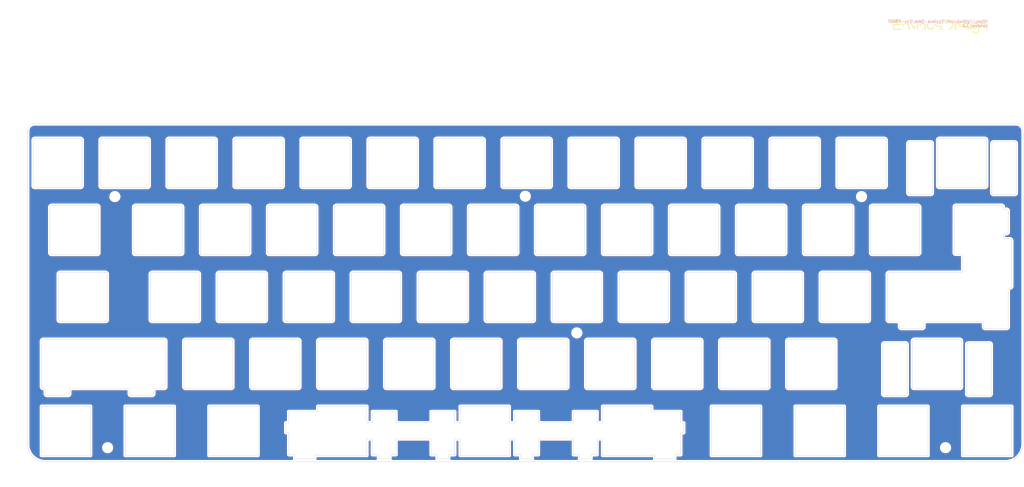
<source format=kicad_pcb>
(kicad_pcb (version 20211014) (generator pcbnew)
  (layers (0 "F.Cu" signal) (31 "B.Cu" signal) (34 "B.Paste" user) (35 "F.Paste" user) (36 "B.SilkS" user "B.Silkscreen") (37 "F.SilkS" user "F.Silkscreen") (38 "B.Mask" user) (39 "F.Mask" user) (44 "Edge.Cuts" user))
  (net 0 "")
  (footprint "Env_Extras:MountingHole_2.2mm_M2-MODIFIED" (layer "F.Cu") (at 233.15 122.85)
    (fp_text reference "H1")
    (fp_text value "MountingHole")
    (pad "" np_thru_hole circle (at 0 0) (size 2.2 2.2) (drill 2.2) (layers *.Cu *.Mask))
  )
  (footprint "Env_Extras:MountingHole_2.2mm_M2-MODIFIED" (layer "F.Cu") (at 87 38.1)
    (fp_text reference "H3")
    (fp_text value "MountingHole")
    (pad "" np_thru_hole circle (at 0 0) (size 2.2 2.2) (drill 2.2) (layers *.Cu *.Mask))
  )
  (footprint "Env_Extras:MountingHole_2.2mm_M2-MODIFIED" (layer "F.Cu") (at 218.5 84)
    (fp_text reference "H9")
    (fp_text value "MountingHole")
    (pad "" np_thru_hole circle (at 0 0) (size 2.2 2.2) (drill 2.2) (layers *.Cu *.Mask))
  )
  (footprint "Env_Extras:MountingHole_2.2mm_M2-MODIFIED" (layer "F.Cu") (at 314.1 84.1)
    (fp_text reference "H10")
    (fp_text value "MountingHole")
    (pad "" np_thru_hole circle (at 0 0) (size 2.2 2.2) (drill 2.2) (layers *.Cu *.Mask))
  )
  (footprint "Env_Extras:MountingHole_2.2mm_M2-MODIFIED" (layer "F.Cu") (at 99.75 155.5)
    (fp_text reference "H2")
    (fp_text value "MountingHole")
    (pad "" np_thru_hole circle (at 0 0) (size 2.2 2.2) (drill 2.2) (layers *.Cu *.Mask))
  )
  (footprint "Env_Extras:MountingHole_2.2mm_M2-MODIFIED" (layer "F.Cu") (at 101.8 84.1)
    (fp_text reference "H4")
    (fp_text value "MountingHole")
    (pad "" np_thru_hole circle (at 0 0) (size 2.2 2.2) (drill 2.2) (layers *.Cu *.Mask))
  )
  (footprint "Env_Extras:MountingHole_2.2mm_M2-MODIFIED" (layer "F.Cu") (at 338 155.5)
    (fp_text reference "H6")
    (fp_text value "MountingHole")
    (pad "" np_thru_hole circle (at 0 0) (size 2.2 2.2) (drill 2.2) (layers *.Cu *.Mask))
  )
  (footprint "Env_Extras:MountingHole_2.2mm_M2-MODIFIED" (layer "F.Cu") (at 353.05 36.5)
    (fp_text reference "H11")
    (fp_text value "MountingHole")
    (pad "" np_thru_hole circle (at 0 0) (size 2.2 2.2) (drill 2.2) (layers *.Cu *.Mask))
  )
  (footprint "kibuzzard-627518B3" (layer "F.Cu") (at 336.5 35.7)
    (fp_text reference "kibuzzard-627518B3" hide)
    (fp_text value "G***" hide)
  )
  (gr_line (start 325.39075 121.625) (end 331.39075 121.625) (layer "Edge.Cuts") (width 0.1))
  (gr_arc (start 355.83875 121.12424) (mid 355.692303 121.477793) (end 355.33875 121.62424) (layer "Edge.Cuts") (width 0.1))
  (gr_arc (start 349.26675 121.625) (mid 348.913197 121.478553) (end 348.76675 121.125) (layer "Edge.Cuts") (width 0.1))
  (gr_arc (start 325.39075 121.625) (mid 325.037197 121.478553) (end 324.89075 121.125) (layer "Edge.Cuts") (width 0.1))
  (gr_arc (start 348.267 119.626) (mid 348.620553 119.772447) (end 348.767 120.126) (layer "Edge.Cuts") (width 0.1))
  (gr_line (start 349.26675 121.625) (end 355.3369 121.62462) (layer "Edge.Cuts") (width 0.1))
  (gr_line (start 334.9075 105.625) (end 342.34 105.62478) (layer "Edge.Cuts") (width 0.1))
  (gr_arc (start 331.89075 121.125) (mid 331.744303 121.478553) (end 331.39075 121.625) (layer "Edge.Cuts") (width 0.1))
  (gr_line (start 355.83875 110.59594) (end 355.83875 121.12424) (layer "Edge.Cuts") (width 0.1))
  (gr_arc (start 340.4425 87.045) (mid 340.588947 86.691447) (end 340.9425 86.545) (layer "Edge.Cuts") (width 0.1))
  (gr_line (start 355.83875 88.162) (end 355.83875 94.162) (layer "Edge.Cuts") (width 0.1))
  (gr_arc (start 356.83875 109.59594) (mid 356.692303 109.949493) (end 356.33875 110.09594) (layer "Edge.Cuts") (width 0.1))
  (gr_line (start 355.33875 87.662) (end 354.9425 87.665) (layer "Edge.Cuts") (width 0.1))
  (gr_line (start 332.39082 119.62602) (end 348.267 119.626) (layer "Edge.Cuts") (width 0.1))
  (gr_line (start 356.33875 96.1) (end 354.9425 96.1) (layer "Edge.Cuts") (width 0.1))
  (gr_arc (start 355.33875 87.662) (mid 355.692303 87.808447) (end 355.83875 88.162) (layer "Edge.Cuts") (width 0.1))
  (gr_arc (start 355.83875 94.162) (mid 355.692303 94.515553) (end 355.33875 94.662) (layer "Edge.Cuts") (width 0.1))
  (gr_line (start 356.83875 96.6) (end 356.83875 109.59594) (layer "Edge.Cuts") (width 0.1))
  (gr_arc (start 353.9425 86.545) (mid 354.296053 86.691447) (end 354.4425 87.045) (layer "Edge.Cuts") (width 0.1))
  (gr_line (start 340.9425 86.545) (end 353.9425 86.545) (layer "Edge.Cuts") (width 0.1))
  (gr_arc (start 340.94 100.535) (mid 340.586447 100.388553) (end 340.44 100.035) (layer "Edge.Cuts") (width 0.1))
  (gr_line (start 342.84 105.12478) (end 342.84 101.035) (layer "Edge.Cuts") (width 0.1))
  (gr_line (start 331.89075 121.125) (end 331.89082 120.12602) (layer "Edge.Cuts") (width 0.1))
  (gr_arc (start 354.9425 87.665) (mid 354.588947 87.518553) (end 354.4425 87.165) (layer "Edge.Cuts") (width 0.1))
  (gr_arc (start 354.4425 95.162) (mid 354.588947 94.808447) (end 354.9425 94.662) (layer "Edge.Cuts") (width 0.1))
  (gr_arc (start 355.83875 110.59594) (mid 355.985197 110.242387) (end 356.33875 110.09594) (layer "Edge.Cuts") (width 0.1))
  (gr_line (start 348.767 120.126) (end 348.76675 121.125) (layer "Edge.Cuts") (width 0.1))
  (gr_arc (start 331.89082 120.12602) (mid 332.037267 119.772467) (end 332.39082 119.62602) (layer "Edge.Cuts") (width 0.1))
  (gr_line (start 342.34 100.535) (end 340.94 100.535) (layer "Edge.Cuts") (width 0.1))
  (gr_arc (start 342.34 100.535) (mid 342.693553 100.681447) (end 342.84 101.035) (layer "Edge.Cuts") (width 0.1))
  (gr_line (start 355.33875 94.662) (end 354.9425 94.662) (layer "Edge.Cuts") (width 0.1))
  (gr_line (start 340.44 100.035) (end 340.4425 87.045) (layer "Edge.Cuts") (width 0.1))
  (gr_line (start 324.89075 121.125) (end 324.88982 120.12602) (layer "Edge.Cuts") (width 0.1))
  (gr_arc (start 342.84 105.12478) (mid 342.693553 105.478333) (end 342.34 105.62478) (layer "Edge.Cuts") (width 0.1))
  (gr_line (start 354.4425 95.6) (end 354.4425 95.162) (layer "Edge.Cuts") (width 0.1))
  (gr_line (start 354.4425 87.045) (end 354.4425 87.165) (layer "Edge.Cuts") (width 0.1))
  (gr_arc (start 354.9425 96.1) (mid 354.588947 95.953553) (end 354.4425 95.6) (layer "Edge.Cuts") (width 0.1))
  (gr_arc (start 324.38982 119.62602) (mid 324.743373 119.772467) (end 324.88982 120.12602) (layer "Edge.Cuts") (width 0.1))
  (gr_line (start 321.4075 106.125) (end 321.4075 119.125) (layer "Edge.Cuts") (width 0.1))
  (gr_line (start 321.9075 119.625) (end 324.38982 119.62602) (layer "Edge.Cuts") (width 0.1))
  (gr_arc (start 321.4075 106.125) (mid 321.553947 105.771447) (end 321.9075 105.625) (layer "Edge.Cuts") (width 0.1))
  (gr_line (start 321.9075 105.625) (end 334.9075 105.625) (layer "Edge.Cuts") (width 0.1))
  (gr_arc (start 321.9075 119.625) (mid 321.553947 119.478553) (end 321.4075 119.125) (layer "Edge.Cuts") (width 0.1))
  (gr_arc (start 356.33875 96.1) (mid 356.692303 96.246447) (end 356.83875 96.6) (layer "Edge.Cuts") (width 0.1))
  (gr_arc (start 105.37925 138.675) (mid 105.732803 138.821447) (end 105.87925 139.175) (layer "Edge.Cuts") (width 0.1))
  (gr_line (start 82.50325 140.675) (end 88.50325 140.675) (layer "Edge.Cuts") (width 0.1))
  (gr_line (start 81.40125 138.675) (end 81.50325 138.675) (layer "Edge.Cuts") (width 0.1))
  (gr_arc (start 82.50325 140.675) (mid 82.149697 140.528553) (end 82.00325 140.175) (layer "Edge.Cuts") (width 0.1))
  (gr_line (start 105.87925 139.175) (end 105.87925 140.175) (layer "Edge.Cuts") (width 0.1))
  (gr_arc (start 112.87925 140.175) (mid 112.732803 140.528553) (end 112.37925 140.675) (layer "Edge.Cuts") (width 0.1))
  (gr_arc (start 81.50325 138.675) (mid 81.856803 138.821447) (end 82.00325 139.175) (layer "Edge.Cuts") (width 0.1))
  (gr_line (start 106.37925 140.675) (end 112.37925 140.675) (layer "Edge.Cuts") (width 0.1))
  (gr_arc (start 89.00325 140.175) (mid 88.856803 140.528553) (end 88.50325 140.675) (layer "Edge.Cuts") (width 0.1))
  (gr_line (start 89.00325 140.175) (end 89.0025 138.675) (layer "Edge.Cuts") (width 0.1))
  (gr_line (start 112.87925 140.175) (end 112.87925 139.175) (layer "Edge.Cuts") (width 0.1))
  (gr_line (start 105.37925 138.675) (end 89.0025 138.675) (layer "Edge.Cuts") (width 0.1))
  (gr_line (start 82.00325 139.175) (end 82.00325 140.175) (layer "Edge.Cuts") (width 0.1))
  (gr_arc (start 106.37925 140.675) (mid 106.025697 140.528553) (end 105.87925 140.175) (layer "Edge.Cuts") (width 0.1))
  (gr_arc (start 112.87925 139.175) (mid 113.025697 138.821447) (end 113.37925 138.675) (layer "Edge.Cuts") (width 0.1))
  (gr_line (start 115.8325 138.675) (end 113.37925 138.675) (layer "Edge.Cuts") (width 0.1))
  (gr_arc (start 81.40125 138.675) (mid 81.047697 138.528553) (end 80.90125 138.175) (layer "Edge.Cuts") (width 0.1))
  (gr_line (start 116.3325 125.175) (end 116.3325 138.175) (layer "Edge.Cuts") (width 0.1))
  (gr_line (start 81.40125 124.675) (end 115.8325 124.675) (layer "Edge.Cuts") (width 0.1))
  (gr_line (start 80.90125 125.175) (end 80.90125 138.175) (layer "Edge.Cuts") (width 0.1))
  (gr_arc (start 116.3325 138.175) (mid 116.186053 138.528553) (end 115.8325 138.675) (layer "Edge.Cuts") (width 0.1))
  (gr_arc (start 80.90125 125.175) (mid 81.047697 124.821447) (end 81.40125 124.675) (layer "Edge.Cuts") (width 0.1))
  (gr_arc (start 115.8325 124.675) (mid 116.186053 124.821447) (end 116.3325 125.175) (layer "Edge.Cuts") (width 0.1))
  (gr_line (start 222.2459 148.42508) (end 222.2459 145.19488) (layer "Edge.Cuts") (width 0.1))
  (gr_line (start 183.8 86.575) (end 196.8 86.575) (layer "Edge.Cuts") (width 0.1))
  (gr_line (start 259.2125 106.125) (end 259.2125 119.125) (layer "Edge.Cuts") (width 0.1))
  (gr_line (start 173.4875 125.175) (end 173.4875 138.175) (layer "Edge.Cuts") (width 0.1))
  (gr_arc (start 153.9375 124.675) (mid 154.291053 124.821447) (end 154.4375 125.175) (layer "Edge.Cuts") (width 0.1))
  (gr_arc (start 235.4 100.075) (mid 235.253553 100.428553) (end 234.9 100.575) (layer "Edge.Cuts") (width 0.1))
  (gr_line (start 358.014466 63.45) (end 79.01 63.45) (layer "Edge.Cuts") (width 0.1))
  (gr_arc (start 254.45 100.075) (mid 254.303553 100.428553) (end 253.95 100.575) (layer "Edge.Cuts") (width 0.1))
  (gr_line (start 173.4908 143.72598) (end 159.4901 143.72598) (layer "Edge.Cuts") (width 0.1))
  (gr_line (start 173.4908 153.02495) (end 175.0152 153.02495) (layer "Edge.Cuts") (width 0.1))
  (gr_line (start 121.3875 125.175) (end 121.3875 138.175) (layer "Edge.Cuts") (width 0.1))
  (gr_line (start 198.0875 138.675) (end 211.0875 138.675) (layer "Edge.Cuts") (width 0.1))
  (gr_arc (start 168.225 67.525) (mid 168.578553 67.671447) (end 168.725 68.025) (layer "Edge.Cuts") (width 0.1))
  (gr_arc (start 288.575 81.524999) (mid 288.221447 81.378552) (end 288.075 81.024999) (layer "Edge.Cuts") (width 0.1))
  (gr_line (start 174.275 67.525) (end 187.275 67.525) (layer "Edge.Cuts") (width 0.1))
  (gr_arc (start 111.075 67.525) (mid 111.428553 67.671447) (end 111.575 68.025) (layer "Edge.Cuts") (width 0.1))
  (gr_line (start 98.075 67.525) (end 111.075 67.525) (layer "Edge.Cuts") (width 0.1))
  (gr_line (start 188.5625 105.625) (end 201.5625 105.625) (layer "Edge.Cuts") (width 0.1))
  (gr_line (start 86.16875 105.625) (end 99.16875 105.625) (layer "Edge.Cuts") (width 0.1))
  (gr_line (start 152.9401 157.49529) (end 152.9401 158.69556) (layer "Edge.Cuts") (width 0.1))
  (gr_line (start 159.4901 157.49529) (end 159.4901 157.72542) (layer "Edge.Cuts") (width 0.1))
  (gr_arc (start 211.0875 124.675) (mid 211.441053 124.821447) (end 211.5875 125.175) (layer "Edge.Cuts") (width 0.1))
  (gr_line (start 225.875 68.025) (end 225.875 81.024999) (layer "Edge.Cuts") (width 0.1))
  (gr_line (start 130.9125 106.125) (end 130.9125 119.125) (layer "Edge.Cuts") (width 0.1))
  (gr_line (start 111.575 68.025) (end 111.575 81.024999) (layer "Edge.Cuts") (width 0.1))
  (gr_line (start 254.4529 157.49391) (end 255.3219 157.49391) (layer "Edge.Cuts") (width 0.1))
  (gr_line (start 233.9029 158.69418) (end 237.2029 158.69418) (layer "Edge.Cuts") (width 0.1))
  (gr_line (start 249.6875 125.175) (end 249.6875 138.175) (layer "Edge.Cuts") (width 0.1))
  (gr_line (start 206.824999 68.025) (end 206.824999 81.024999) (layer "Edge.Cuts") (width 0.1))
  (gr_line (start 222.2459 145.19488) (end 215.4969 145.19488) (layer "Edge.Cuts") (width 0.1))
  (gr_arc (start 234.9 86.575) (mid 235.253553 86.721447) (end 235.4 87.075) (layer "Edge.Cuts") (width 0.1))
  (gr_line (start 159.4901 143.72598) (end 159.4901 145.19488) (layer "Edge.Cuts") (width 0.1))
  (gr_line (start 92.524999 68.025) (end 92.524999 81.024999) (layer "Edge.Cuts") (width 0.1))
  (gr_line (start 158.6219 158.69556) (end 158.6219 157.49529) (layer "Edge.Cuts") (width 0.1))
  (gr_line (start 159.4901 145.19488) (end 151.215 145.19488) (layer "Edge.Cuts") (width 0.1))
  (gr_line (start 268.7375 125.175) (end 268.7375 138.175) (layer "Edge.Cuts") (width 0.1))
  (gr_arc (start 125.8625 119.125) (mid 125.716053 119.478553) (end 125.3625 119.625) (layer "Edge.Cuts") (width 0.1))
  (gr_line (start 344.49425 140.675) (end 350.49425 140.675) (layer "Edge.Cuts") (width 0.1))
  (gr_line (start 342.8459 143.72598) (end 356.8459 143.72598) (layer "Edge.Cuts") (width 0.1))
  (gr_line (start 99.66875 106.125) (end 99.66875 119.125) (layer "Edge.Cuts") (width 0.1))
  (gr_line (start 273.7875 125.175) (end 273.7875 138.175) (layer "Edge.Cuts") (width 0.1))
  (gr_line (start 121.1 87.075) (end 121.1 100.075) (layer "Edge.Cuts") (width 0.1))
  (gr_arc (start 350.49425 125.675) (mid 350.847803 125.821447) (end 350.99425 126.175) (layer "Edge.Cuts") (width 0.1))
  (gr_line (start 159.4901 157.72542) (end 173.4908 157.72542) (layer "Edge.Cuts") (width 0.1))
  (gr_line (start 295.2209 157.72542) (end 295.2209 143.72598) (layer "Edge.Cuts") (width 0.1))
  (gr_line (start 287.7875 125.175) (end 287.7875 138.175) (layer "Edge.Cuts") (width 0.1))
  (gr_arc (start 307.125 68.025) (mid 307.271447 67.671447) (end 307.625 67.525) (layer "Edge.Cuts") (width 0.1))
  (gr_line (start 329.05625 138.675) (end 342.056249 138.675) (layer "Edge.Cuts") (width 0.1))
  (gr_line (start 174.275 81.524999) (end 187.275 81.524999) (layer "Edge.Cuts") (width 0.1))
  (gr_line (start 351.638 68.525) (end 357.638 68.525) (layer "Edge.Cuts") (width 0.1))
  (gr_line (start 327.762 83.525) (end 333.762 83.525) (layer "Edge.Cuts") (width 0.1))
  (gr_line (start 111.8625 106.125) (end 111.8625 119.125) (layer "Edge.Cuts") (width 0.1))
  (gr_arc (start 217.1375 138.675) (mid 216.783947 138.528553) (end 216.6375 138.175) (layer "Edge.Cuts") (width 0.1))
  (gr_line (start 263.5539 148.42508) (end 262.7289 148.42508) (layer "Edge.Cuts") (width 0.1))
  (gr_arc (start 121.1 100.075) (mid 120.953553 100.428553) (end 120.6 100.575) (layer "Edge.Cuts") (width 0.1))
  (gr_line (start 116.625 68.025) (end 116.625 81.024999) (layer "Edge.Cuts") (width 0.1))
  (gr_line (start 351.638 83.525) (end 357.638 83.525) (layer "Edge.Cuts") (width 0.1))
  (gr_line (start 307.125 68.025) (end 307.125 81.024999) (layer "Edge.Cuts") (width 0.1))
  (gr_arc (start 358.014466 63.45) (mid 359.42868 64.035786) (end 360.014466 65.45) (layer "Edge.Cuts") (width 0.1))
  (gr_line (start 269.525 67.525) (end 282.525 67.525) (layer "Edge.Cuts") (width 0.1))
  (gr_line (start 154.725 68.025) (end 154.725 81.024999) (layer "Edge.Cuts") (width 0.1))
  (gr_line (start 316.65 87.075) (end 316.65 100.075) (layer "Edge.Cuts") (width 0.1))
  (gr_arc (start 235.6875 125.175) (mid 235.833947 124.821447) (end 236.1875 124.675) (layer "Edge.Cuts") (width 0.1))
  (gr_line (start 149.9625 106.125) (end 149.9625 119.125) (layer "Edge.Cuts") (width 0.1))
  (gr_line (start 237.2029 158.69418) (end 237.2029 157.49391) (layer "Edge.Cuts") (width 0.1))
  (gr_arc (start 92.524999 81.024999) (mid 92.378552 81.378552) (end 92.024999 81.524999) (layer "Edge.Cuts") (width 0.1))
  (gr_line (start 302.8625 105.625) (end 315.8625 105.625) (layer "Edge.Cuts") (width 0.1))
  (gr_line (start 327.762 68.525) (end 333.762 68.525) (layer "Edge.Cuts") (width 0.1))
  (gr_arc (start 226.6625 119.625) (mid 226.308947 119.478553) (end 226.1625 119.125) (layer "Edge.Cuts") (width 0.1))
  (gr_arc (start 273.5 100.075) (mid 273.353553 100.428553) (end 273 100.575) (layer "Edge.Cuts") (width 0.1))
  (gr_line (start 327.262 69.025) (end 327.262 83.025) (layer "Edge.Cuts") (width 0.1))
  (gr_line (start 140.4375 125.175) (end 140.4375 138.175) (layer "Edge.Cuts") (width 0.1))
  (gr_line (start 349.7 68.025) (end 349.7 81.024999) (layer "Edge.Cuts") (width 0.1))
  (gr_arc (start 158.7 86.575) (mid 159.053553 86.721447) (end 159.2 87.075) (layer "Edge.Cuts") (width 0.1))
  (gr_arc (start 269.025 68.025) (mid 269.171447 67.671447) (end 269.525 67.525) (layer "Edge.Cuts") (width 0.1))
  (gr_arc (start 125.3625 105.625) (mid 125.716053 105.771447) (end 125.8625 106.125) (layer "Edge.Cuts") (width 0.1))
  (gr_line (start 302.075 68.025) (end 302.075 81.024999) (layer "Edge.Cuts") (width 0.1))
  (gr_arc (start 212.375 81.524999) (mid 212.021447 81.378552) (end 211.875 81.024999) (layer "Edge.Cuts") (width 0.1))
  (gr_line (start 151.215 151.22521) (end 151.215 157.49529) (layer "Edge.Cuts") (width 0.1))
  (gr_arc (start 245.2125 106.125) (mid 245.358947 105.771447) (end 245.7125 105.625) (layer "Edge.Cuts") (width 0.1))
  (gr_arc (start 306.8375 138.175) (mid 306.691053 138.528553) (end 306.3375 138.675) (layer "Edge.Cuts") (width 0.1))
  (gr_line (start 159.4875 125.175) (end 159.4875 138.175) (layer "Edge.Cuts") (width 0.1))
  (gr_line (start 319.0339 157.72542) (end 319.0339 143.72598) (layer "Edge.Cuts") (width 0.1))
  (gr_arc (start 154.725 68.025) (mid 154.871447 67.671447) (end 155.225 67.525) (layer "Edge.Cuts") (width 0.1))
  (gr_arc (start 351.138 69.025) (mid 351.284447 68.671447) (end 351.638 68.525) (layer "Edge.Cuts") (width 0.1))
  (gr_line (start 298.1 86.575) (end 311.1 86.575) (layer "Edge.Cuts") (width 0.1))
  (gr_line (start 217.1375 138.675) (end 230.1375 138.675) (layer "Edge.Cuts") (width 0.1))
  (gr_line (start 295.2209 143.72598) (end 309.2209 143.72598) (layer "Edge.Cuts") (width 0.1))
  (gr_line (start 136.175 81.524999) (end 149.175 81.524999) (layer "Edge.Cuts") (width 0.1))
  (gr_arc (start 259.2125 119.125) (mid 259.066053 119.478553) (end 258.7125 119.625) (layer "Edge.Cuts") (width 0.1))
  (gr_line (start 333.0349 143.72598) (end 333.0349 157.72542) (layer "Edge.Cuts") (width 0.1))
  (gr_line (start 164.25 87.075) (end 164.25 100.075) (layer "Edge.Cuts") (width 0.1))
  (gr_line (start 221.4 87.075) (end 221.4 100.075) (layer "Edge.Cuts") (width 0.1))
  (gr_line (start 104.7213 143.72598) (end 118.7207 143.72598) (layer "Edge.Cuts") (width 0.1))
  (gr_line (start 233.9029 157.49391) (end 233.9029 158.69418) (layer "Edge.Cuts") (width 0.1))
  (gr_arc (start 126.15 87.075) (mid 126.296447 86.721447) (end 126.65 86.575) (layer "Edge.Cuts") (width 0.1))
  (gr_line (start 183.3 87.075) (end 183.3 100.075) (layer "Edge.Cuts") (width 0.1))
  (gr_arc (start 182.5125 105.625) (mid 182.866053 105.771447) (end 183.0125 106.125) (layer "Edge.Cuts") (width 0.1))
  (gr_arc (start 149.175 67.525) (mid 149.528553 67.671447) (end 149.675 68.025) (layer "Edge.Cuts") (width 0.1))
  (gr_line (start 283.3125 106.125) (end 283.3125 119.125) (layer "Edge.Cuts") (width 0.1))
  (gr_line (start 178.25 87.075) (end 178.25 100.075) (layer "Edge.Cuts") (width 0.1))
  (gr_line (start 250.475 81.524999) (end 263.475 81.524999) (layer "Edge.Cuts") (width 0.1))
  (gr_arc (start 97.575 68.025) (mid 97.721447 67.671447) (end 98.075 67.525) (layer "Edge.Cuts") (width 0.1))
  (gr_arc (start 183.0125 119.125) (mid 182.866053 119.478553) (end 182.5125 119.625) (layer "Edge.Cuts") (width 0.1))
  (gr_arc (start 333.762 68.525) (mid 334.115553 68.671447) (end 334.262 69.025) (layer "Edge.Cuts") (width 0.1))
  (gr_line (start 343.99425 126.175) (end 343.99425 140.175) (layer "Edge.Cuts") (width 0.1))
  (gr_line (start 121.8875 138.675) (end 134.8875 138.675) (layer "Edge.Cuts") (width 0.1))
  (gr_arc (start 183.3 87.075) (mid 183.446447 86.721447) (end 183.8 86.575) (layer "Edge.Cuts") (width 0.1))
  (gr_line (start 236.1875 124.675) (end 249.1875 124.675) (layer "Edge.Cuts") (width 0.1))
  (gr_arc (start 320.625 67.525) (mid 320.978553 67.671447) (end 321.125 68.025) (layer "Edge.Cuts") (width 0.1))
  (gr_line (start 150.3909 148.42508) (end 150.3909 151.22521) (layer "Edge.Cuts") (width 0.1))
  (gr_line (start 187.775 68.025) (end 187.775 81.024999) (layer "Edge.Cuts") (width 0.1))
  (gr_line (start 117.125 81.524999) (end 130.125 81.524999) (layer "Edge.Cuts") (width 0.1))
  (gr_arc (start 311.1 86.575) (mid 311.453553 86.721447) (end 311.6 87.075) (layer "Edge.Cuts") (width 0.1))
  (gr_line (start 221.1125 106.125) (end 221.1125 119.125) (layer "Edge.Cuts") (width 0.1))
  (gr_arc (start 320.61825 140.675) (mid 320.264697 140.528553) (end 320.11825 140.175) (layer "Edge.Cuts") (width 0.1))
  (gr_line (start 240.45 87.075) (end 240.45 100.075) (layer "Edge.Cuts") (width 0.1))
  (gr_arc (start 221.1125 119.125) (mid 220.966053 119.478553) (end 220.6125 119.625) (layer "Edge.Cuts") (width 0.1))
  (gr_line (start 150.3909 151.22521) (end 151.215 151.22521) (layer "Edge.Cuts") (width 0.1))
  (gr_line (start 263.975 68.025) (end 263.975 81.024999) (layer "Edge.Cuts") (width 0.1))
  (gr_line (start 199.9699 153.02495) (end 199.9699 157.72542) (layer "Edge.Cuts") (width 0.1))
  (gr_arc (start 240.95 100.575) (mid 240.596447 100.428553) (end 240.45 100.075) (layer "Edge.Cuts") (width 0.1))
  (gr_arc (start 342.056249 124.675) (mid 342.409802 124.821447) (end 342.556249 125.175) (layer "Edge.Cuts") (width 0.1))
  (gr_line (start 254.4529 157.72404) (end 254.4529 157.49391) (layer "Edge.Cuts") (width 0.1))
  (gr_line (start 240.4539 143.72458) (end 240.4539 148.42508) (layer "Edge.Cuts") (width 0.1))
  (gr_line (start 240.4539 148.42508) (end 238.9279 148.42508) (layer "Edge.Cuts") (width 0.1))
  (gr_arc (start 112.3625 119.625) (mid 112.008947 119.478553) (end 111.8625 119.125) (layer "Edge.Cuts") (width 0.1))
  (gr_line (start 128.5339 157.72542) (end 128.5339 143.72598) (layer "Edge.Cuts") (width 0.1))
  (gr_arc (start 111.575 81.024999) (mid 111.428553 81.378552) (end 111.075 81.524999) (layer "Edge.Cuts") (width 0.1))
  (gr_line (start 217.2219 158.69418) (end 220.5219 158.69418) (layer "Edge.Cuts") (width 0.1))
  (gr_arc (start 327.762 83.525) (mid 327.408447 83.378553) (end 327.262 83.025) (layer "Edge.Cuts") (width 0.1))
  (gr_line (start 107.6 100.575) (end 120.6 100.575) (layer "Edge.Cuts") (width 0.1))
  (gr_arc (start 328.55625 125.175) (mid 328.702697 124.821447) (end 329.05625 124.675) (layer "Edge.Cuts") (width 0.1))
  (gr_line (start 181.7659 157.49391) (end 181.7659 153.02495) (layer "Edge.Cuts") (width 0.1))
  (gr_line (start 283.8125 105.625) (end 296.8125 105.625) (layer "Edge.Cuts") (width 0.1))
  (gr_arc (start 192.825 68.025) (mid 192.971447 67.671447) (end 193.325 67.525) (layer "Edge.Cuts") (width 0.1))
  (gr_arc (start 188.0625 106.125) (mid 188.208947 105.771447) (end 188.5625 105.625) (layer "Edge.Cuts") (width 0.1))
  (gr_line (start 173.4908 148.42508) (end 173.4908 143.72598) (layer "Edge.Cuts") (width 0.1))
  (gr_line (start 262.7289 151.22384) (end 263.5539 151.22384) (layer "Edge.Cuts") (width 0.1))
  (gr_arc (start 349.7 81.024999) (mid 349.553553 81.378552) (end 349.2 81.524999) (layer "Edge.Cuts") (width 0.1))
  (gr_line (start 107.1 87.075) (end 107.1 100.075) (layer "Edge.Cuts") (width 0.1))
  (gr_arc (start 192.5375 138.175) (mid 192.391053 138.528553) (end 192.0375 138.675) (layer "Edge.Cuts") (width 0.1))
  (gr_arc (start 140.15 100.075) (mid 140.003553 100.428553) (end 139.65 100.575) (layer "Edge.Cuts") (width 0.1))
  (gr_arc (start 326.61825 125.675) (mid 326.971803 125.821447) (end 327.11825 126.175) (layer "Edge.Cuts") (width 0.1))
  (gr_line (start 128.5339 143.72598) (end 142.5346 143.72598) (layer "Edge.Cuts") (width 0.1))
  (gr_line (start 356.8459 143.72598) (end 356.8459 157.72542) (layer "Edge.Cuts") (width 0.1))
  (gr_arc (start 107.1 87.075) (mid 107.246447 86.721447) (end 107.6 86.575) (layer "Edge.Cuts") (width 0.1))
  (gr_line (start 333.0349 157.72542) (end 319.0339 157.72542) (layer "Edge.Cuts") (width 0.1))
  (gr_line (start 181.7659 148.42508) (end 181.7659 145.19488) (layer "Edge.Cuts") (width 0.1))
  (gr_arc (start 202.35 87.075) (mid 202.496447 86.721447) (end 202.85 86.575) (layer "Edge.Cuts") (width 0.1))
  (gr_line (start 250.475 67.525) (end 263.475 67.525) (layer "Edge.Cuts") (width 0.1))
  (gr_line (start 198.4459 153.02495) (end 199.9699 153.02495) (layer "Edge.Cuts") (width 0.1))
  (gr_arc (start 334.262 83.025) (mid 334.115553 83.378553) (end 333.762 83.525) (layer "Edge.Cuts") (width 0.1))
  (gr_line (start 154.4375 125.175) (end 154.4375 138.175) (layer "Edge.Cuts") (width 0.1))
  (gr_line (start 142.5346 143.72598) (end 142.5346 157.72542) (layer "Edge.Cuts") (width 0.1))
  (gr_arc (start 315.8625 105.625) (mid 316.216053 105.771447) (end 316.3625 106.125) (layer "Edge.Cuts") (width 0.1))
  (gr_line (start 193.325 67.525) (end 206.324999 67.525) (layer "Edge.Cuts") (width 0.1))
  (gr_arc (start 250.475 81.524999) (mid 250.121447 81.378552) (end 249.975 81.024999) (layer "Edge.Cuts") (width 0.1))
  (gr_arc (start 201.5625 105.625) (mid 201.916053 105.771447) (end 202.0625 106.125) (layer "Edge.Cuts") (width 0.1))
  (gr_arc (start 302.3625 106.125) (mid 302.508947 105.771447) (end 302.8625 105.625) (layer "Edge.Cuts") (width 0.1))
  (gr_line (start 155.225 67.525) (end 168.225 67.525) (layer "Edge.Cuts") (width 0.1))
  (gr_line (start 230.6375 125.175) (end 230.6375 138.175) (layer "Edge.Cuts") (width 0.1))
  (gr_line (start 191.6959 148.42508) (end 181.7659 148.42508) (layer "Edge.Cuts") (width 0.1))
  (gr_line (start 226.6625 105.625) (end 239.6625 105.625) (layer "Edge.Cuts") (width 0.1))
  (gr_arc (start 293.3375 138.675) (mid 292.983947 138.528553) (end 292.8375 138.175) (layer "Edge.Cuts") (width 0.1))
  (gr_line (start 244.925 68.025) (end 244.925 81.024999) (layer "Edge.Cuts") (width 0.1))
  (gr_line (start 196.7219 158.69418) (end 196.7219 157.49391) (layer "Edge.Cuts") (width 0.1))
  (gr_line (start 216.6375 125.175) (end 216.6375 138.175) (layer "Edge.Cuts") (width 0.1))
  (gr_line (start 207.6125 105.625) (end 220.6125 105.625) (layer "Edge.Cuts") (width 0.1))
  (gr_arc (start 307.625 81.524999) (mid 307.271447 81.378552) (end 307.125 81.024999) (layer "Edge.Cuts") (width 0.1))
  (gr_line (start 238.9279 145.19488) (end 232.1789 145.19488) (layer "Edge.Cuts") (width 0.1))
  (gr_line (start 328.55625 125.175) (end 328.55625 138.175) (layer "Edge.Cuts") (width 0.1))
  (gr_arc (start 264.7625 119.625) (mid 264.408947 119.478553) (end 264.2625 119.125) (layer "Edge.Cuts") (width 0.1))
  (gr_line (start 85.66875 106.125) (end 85.66875 119.125) (layer "Edge.Cuts") (width 0.1))
  (gr_line (start 104.7213 157.72542) (end 104.7213 143.72598) (layer "Edge.Cuts") (width 0.1))
  (gr_arc (start 116.625 68.025) (mid 116.771447 67.671447) (end 117.125 67.525) (layer "Edge.Cuts") (width 0.1))
  (gr_arc (start 357.638 68.525) (mid 357.991553 68.671447) (end 358.138 69.025) (layer "Edge.Cuts") (width 0.1))
  (gr_line (start 173.4908 157.72542) (end 173.4908 153.02495) (layer "Edge.Cuts") (width 0.1))
  (gr_line (start 142.5346 157.72542) (end 128.5339 157.72542) (layer "Edge.Cuts") (width 0.1))
  (gr_line (start 226.6625 119.625) (end 239.6625 119.625) (layer "Edge.Cuts") (width 0.1))
  (gr_line (start 262.7289 148.42508) (end 262.7289 145.19488) (layer "Edge.Cuts") (width 0.1))
  (gr_arc (start 202.0625 119.125) (mid 201.916053 119.478553) (end 201.5625 119.625) (layer "Edge.Cuts") (width 0.1))
  (gr_arc (start 163.4625 105.625) (mid 163.816053 105.771447) (end 163.9625 106.125) (layer "Edge.Cuts") (width 0.1))
  (gr_arc (start 273 86.575) (mid 273.353553 86.721447) (end 273.5 87.075) (layer "Edge.Cuts") (width 0.1))
  (gr_line (start 149.675 68.025) (end 149.675 81.024999) (layer "Edge.Cuts") (width 0.1))
  (gr_line (start 238.9279 148.42508) (end 238.9279 145.19488) (layer "Edge.Cuts") (width 0.1))
  (gr_line (start 288.075 68.025) (end 288.075 81.024999) (layer "Edge.Cuts") (width 0.1))
  (gr_arc (start 254.7375 125.175) (mid 254.883947 124.821447) (end 255.2375 124.675) (layer "Edge.Cuts") (width 0.1))
  (gr_arc (start 279.05 100.575) (mid 278.696447 100.428553) (end 278.55 100.075) (layer "Edge.Cuts") (width 0.1))
  (gr_arc (start 159.2 100.075) (mid 159.053553 100.428553) (end 158.7 100.575) (layer "Edge.Cuts") (width 0.1))
  (gr_arc (start 263.475 67.525) (mid 263.828553 67.671447) (end 263.975 68.025) (layer "Edge.Cuts") (width 0.1))
  (gr_line (start 80.90881 157.72542) (end 80.90881 143.72598) (layer "Edge.Cuts") (width 0.1))
  (gr_line (start 202.85 100.575) (end 215.85 100.575) (layer "Edge.Cuts") (width 0.1))
  (gr_arc (start 249.975 68.025) (mid 250.121447 67.671447) (end 250.475 67.525) (layer "Edge.Cuts") (width 0.1))
  (gr_arc (start 169.0125 106.125) (mid 169.158947 105.771447) (end 169.5125 105.625) (layer "Edge.Cuts") (width 0.1))
  (gr_line (start 151.215 148.42508) (end 150.3909 148.42508) (layer "Edge.Cuts") (width 0.1))
  (gr_arc (start 358.138 83.025) (mid 357.991553 83.378553) (end 357.638 83.525) (layer "Edge.Cuts") (width 0.1))
  (gr_arc (start 298.1 100.575) (mid 297.746447 100.428553) (end 297.6 100.075) (layer "Edge.Cuts") (width 0.1))
  (gr_arc (start 130.125 67.525) (mid 130.478553 67.671447) (end 130.625 68.025) (layer "Edge.Cuts") (width 0.1))
  (gr_arc (start 117.125 81.524999) (mid 116.771447 81.378552) (end 116.625 81.024999) (layer "Edge.Cuts") (width 0.1))
  (gr_line (start 131.4125 119.625) (end 144.4125 119.625) (layer "Edge.Cuts") (width 0.1))
  (gr_arc (start 99.16875 105.625) (mid 99.522303 105.771447) (end 99.66875 106.125) (layer "Edge.Cuts") (width 0.1))
  (gr_line (start 145.2 87.075) (end 145.2 100.075) (layer "Edge.Cuts") (width 0.1))
  (gr_arc (start 83.2875 87.075) (mid 83.433947 86.721447) (end 83.7875 86.575) (layer "Edge.Cuts") (width 0.1))
  (gr_arc (start 316.65 87.075) (mid 316.796447 86.721447) (end 317.15 86.575) (layer "Edge.Cuts") (width 0.1))
  (gr_line (start 254.4529 145.19488) (end 254.4529 143.72458) (layer "Edge.Cuts") (width 0.1))
  (gr_line (start 196.7219 157.49391) (end 198.4459 157.49391) (layer "Edge.Cuts") (width 0.1))
  (gr_line (start 180.0409 157.49391) (end 181.7659 157.49391) (layer "Edge.Cuts") (width 0.1))
  (gr_line (start 164.75 86.575) (end 177.75 86.575) (layer "Edge.Cuts") (width 0.1))
  (gr_line (start 319.0339 143.72598) (end 333.0349 143.72598) (layer "Edge.Cuts") (width 0.1))
  (gr_line (start 293.3375 124.675) (end 306.3375 124.675) (layer "Edge.Cuts") (width 0.1))
  (gr_line (start 217.2219 157.49391) (end 217.2219 158.69418) (layer "Edge.Cuts") (width 0.1))
  (gr_line (start 311.6 87.075) (end 311.6 100.075) (layer "Edge.Cuts") (width 0.1))
  (gr_line (start 217.1375 124.675) (end 230.1375 124.675) (layer "Edge.Cuts") (width 0.1))
  (gr_arc (start 230.6375 138.175) (mid 230.491053 138.528553) (end 230.1375 138.675) (layer "Edge.Cuts") (width 0.1))
  (gr_line (start 140.15 87.075) (end 140.15 100.075) (layer "Edge.Cuts") (width 0.1))
  (gr_line (start 240.95 100.575) (end 253.95 100.575) (layer "Edge.Cuts") (width 0.1))
  (gr_arc (start 297.3125 119.125) (mid 297.166053 119.478553) (end 296.8125 119.625) (layer "Edge.Cuts") (width 0.1))
  (gr_line (start 213.9709 157.72542) (end 213.9709 153.02495) (layer "Edge.Cuts") (width 0.1))
  (gr_line (start 97.2875 87.075) (end 97.2875 100.075) (layer "Edge.Cuts") (width 0.1))
  (gr_line (start 198.4459 145.19488) (end 191.6959 145.19488) (layer "Edge.Cuts") (width 0.1))
  (gr_line (start 79.025 81.524999) (end 92.024999 81.524999) (layer "Edge.Cuts") (width 0.1))
  (gr_arc (start 183.8 100.575) (mid 183.446447 100.428553) (end 183.3 100.075) (layer "Edge.Cuts") (width 0.1))
  (gr_line (start 202.35 87.075) (end 202.35 100.075) (layer "Edge.Cuts") (width 0.1))
  (gr_arc (start 264.2625 106.125) (mid 264.408947 105.771447) (end 264.7625 105.625) (layer "Edge.Cuts") (width 0.1))
  (gr_line (start 191.6959 157.49391) (end 193.4209 157.49391) (layer "Edge.Cuts") (width 0.1))
  (gr_line (start 168.725 68.025) (end 168.725 81.024999) (layer "Edge.Cuts") (width 0.1))
  (gr_arc (start 330.15 86.575) (mid 330.503553 86.721447) (end 330.65 87.075) (layer "Edge.Cuts") (width 0.1))
  (gr_line (start 232.1789 145.19488) (end 232.1789 148.42508) (layer "Edge.Cuts") (width 0.1))
  (gr_arc (start 121.8875 138.675) (mid 121.533947 138.528553) (end 121.3875 138.175) (layer "Edge.Cuts") (width 0.1))
  (gr_line (start 78.525 68.025) (end 78.525 81.024999) (layer "Edge.Cuts") (width 0.1))
  (gr_line (start 320.11825 126.175) (end 320.11825 140.175) (layer "Edge.Cuts") (width 0.1))
  (gr_line (start 237.2029 157.49391) (end 238.9279 157.49391) (layer "Edge.Cuts") (width 0.1))
  (gr_line (start 260 86.575) (end 273 86.575) (layer "Edge.Cuts") (width 0.1))
  (gr_line (start 181.7659 153.02495) (end 191.6959 153.02495) (layer "Edge.Cuts") (width 0.1))
  (gr_arc (start 206.324999 67.525) (mid 206.678552 67.671447) (end 206.824999 68.025) (layer "Edge.Cuts") (width 0.1))
  (gr_arc (start 82.01 159.464466) (mid 78.474466 158) (end 77.01 154.464466) (layer "Edge.Cuts") (width 0.1))
  (gr_line (start 117.125 67.525) (end 130.125 67.525) (layer "Edge.Cuts") (width 0.1))
  (gr_line (start 155.225 81.524999) (end 168.225 81.524999) (layer "Edge.Cuts") (width 0.1))
  (gr_line (start 261.0029 158.69418) (end 261.0029 157.49391) (layer "Edge.Cuts") (width 0.1))
  (gr_line (start 336.2 67.525) (end 349.2 67.525) (layer "Edge.Cuts") (width 0.1))
  (gr_arc (start 207.1125 106.125) (mid 207.258947 105.771447) (end 207.6125 105.625) (layer "Edge.Cuts") (width 0.1))
  (gr_arc (start 149.9625 106.125) (mid 150.108947 105.771447) (end 150.4625 105.625) (layer "Edge.Cuts") (width 0.1))
  (gr_arc (start 225.375 67.525) (mid 225.728553 67.671447) (end 225.875 68.025) (layer "Edge.Cuts") (width 0.1))
  (gr_arc (start 164.25 87.075) (mid 164.396447 86.721447) (end 164.75 86.575) (layer "Edge.Cuts") (width 0.1))
  (gr_arc (start 360.014466 154.464466) (mid 358.55 158) (end 355.014466 159.464466) (layer "Edge.Cuts") (width 0.1))
  (gr_line (start 245.7125 119.625) (end 258.7125 119.625) (layer "Edge.Cuts") (width 0.1))
  (gr_line (start 297.6 87.075) (end 297.6 100.075) (layer "Edge.Cuts") (width 0.1))
  (gr_line (start 235.6875 125.175) (end 235.6875 138.175) (layer "Edge.Cuts") (width 0.1))
  (gr_line (start 350.99425 126.175) (end 350.99425 140.175) (layer "Edge.Cuts") (width 0.1))
  (gr_arc (start 179.0375 138.675) (mid 178.683947 138.528553) (end 178.5375 138.175) (layer "Edge.Cuts") (width 0.1))
  (gr_line (start 240.4539 157.72404) (end 254.4529 157.72404) (layer "Edge.Cuts") (width 0.1))
  (gr_arc (start 78.525 68.025) (mid 78.671447 67.671447) (end 79.025 67.525) (layer "Edge.Cuts") (width 0.1))
  (gr_line (start 254.7375 125.175) (end 254.7375 138.175) (layer "Edge.Cuts") (width 0.1))
  (gr_line (start 183.0125 106.125) (end 183.0125 119.125) (layer "Edge.Cuts") (width 0.1))
  (gr_line (start 285.4099 157.72542) (end 271.4089 157.72542) (layer "Edge.Cuts") (width 0.1))
  (gr_line (start 231.425 67.525) (end 244.425 67.525) (layer "Edge.Cuts") (width 0.1))
  (gr_line (start 278.2625 106.125) (end 278.2625 119.125) (layer "Edge.Cuts") (width 0.1))
  (gr_line (start 213.9709 148.42508) (end 213.9709 143.72458) (layer "Edge.Cuts") (width 0.1))
  (gr_arc (start 273.7875 125.175) (mid 273.933947 124.821447) (end 274.2875 124.675) (layer "Edge.Cuts") (width 0.1))
  (gr_arc (start 283.3125 106.125) (mid 283.458947 105.771447) (end 283.8125 105.625) (layer "Edge.Cuts") (width 0.1))
  (gr_line (start 292.8375 125.175) (end 292.8375 138.175) (layer "Edge.Cuts") (width 0.1))
  (gr_line (start 288.575 81.524999) (end 301.575 81.524999) (layer "Edge.Cuts") (width 0.1))
  (gr_line (start 274.2875 138.675) (end 287.2875 138.675) (layer "Edge.Cuts") (width 0.1))
  (gr_line (start 334.262 69.025) (end 334.262 83.025) (layer "Edge.Cuts") (width 0.1))
  (gr_line (start 283.025 68.025) (end 283.025 81.024999) (layer "Edge.Cuts") (width 0.1))
  (gr_arc (start 274.2875 138.675) (mid 273.933947 138.528553) (end 273.7875 138.175) (layer "Edge.Cuts") (width 0.1))
  (gr_line (start 342.8459 157.72542) (end 342.8459 143.72598) (layer "Edge.Cuts") (width 0.1))
  (gr_line (start 176.7399 158.69418) (end 180.0409 158.69418) (layer "Edge.Cuts") (width 0.1))
  (gr_arc (start 145.7 100.575) (mid 145.346447 100.428553) (end 145.2 100.075) (layer "Edge.Cuts") (width 0.1))
  (gr_arc (start 164.75 100.575) (mid 164.396447 100.428553) (end 164.25 100.075) (layer "Edge.Cuts") (width 0.1))
  (gr_arc (start 288.075 68.025) (mid 288.221447 67.671447) (end 288.575 67.525) (layer "Edge.Cuts") (width 0.1))
  (gr_line (start 335.7 68.025) (end 335.7 81.024999) (layer "Edge.Cuts") (width 0.1))
  (gr_arc (start 206.824999 81.024999) (mid 206.678552 81.378552) (end 206.324999 81.524999) (layer "Edge.Cuts") (width 0.1))
  (gr_line (start 307.625 67.525) (end 320.625 67.525) (layer "Edge.Cuts") (width 0.1))
  (gr_line (start 269.025 68.025) (end 269.025 81.024999) (layer "Edge.Cuts") (width 0.1))
  (gr_line (start 260 100.575) (end 273 100.575) (layer "Edge.Cuts") (width 0.1))
  (gr_line (start 309.2209 157.72542) (end 295.2209 157.72542) (layer "Edge.Cuts") (width 0.1))
  (gr_arc (start 351.638 83.525) (mid 351.284447 83.378553) (end 351.138 83.025) (layer "Edge.Cuts") (width 0.1))
  (gr_line (start 169.5125 105.625) (end 182.5125 105.625) (layer "Edge.Cuts") (width 0.1))
  (gr_line (start 235.4 87.075) (end 235.4 100.075) (layer "Edge.Cuts") (width 0.1))
  (gr_arc (start 150.4625 119.625) (mid 150.108947 119.478553) (end 149.9625 119.125) (layer "Edge.Cuts") (width 0.1))
  (gr_arc (start 159.4875 125.175) (mid 159.633947 124.821447) (end 159.9875 124.675) (layer "Edge.Cuts") (width 0.1))
  (gr_line (start 226.1625 106.125) (end 226.1625 119.125) (layer "Edge.Cuts") (width 0.1))
  (gr_arc (start 187.275 67.525) (mid 187.628553 67.671447) (end 187.775 68.025) (layer "Edge.Cuts") (width 0.1))
  (gr_line (start 317.15 100.575) (end 330.15 100.575) (layer "Edge.Cuts") (width 0.1))
  (gr_arc (start 99.66875 119.125) (mid 99.522303 119.478553) (end 99.16875 119.625) (layer "Edge.Cuts") (width 0.1))
  (gr_arc (start 292.55 100.075) (mid 292.403553 100.428553) (end 292.05 100.575) (layer "Edge.Cuts") (width 0.1))
  (gr_line (start 222.2459 153.02495) (end 232.1789 153.02495) (layer "Edge.Cuts") (width 0.1))
  (gr_arc (start 198.0875 138.675) (mid 197.733947 138.528553) (end 197.5875 138.175) (layer "Edge.Cuts") (width 0.1))
  (gr_line (start 264.7625 119.625) (end 277.7625 119.625) (layer "Edge.Cuts") (width 0.1))
  (gr_arc (start 144.9125 119.125) (mid 144.766053 119.478553) (end 144.4125 119.625) (layer "Edge.Cuts") (width 0.1))
  (gr_line (start 121.8875 124.675) (end 134.8875 124.675) (layer "Edge.Cuts") (width 0.1))
  (gr_arc (start 215.85 86.575) (mid 216.203553 86.721447) (end 216.35 87.075) (layer "Edge.Cuts") (width 0.1))
  (gr_line (start 179.0375 124.675) (end 192.0375 124.675) (layer "Edge.Cuts") (width 0.1))
  (gr_arc (start 259.5 87.075) (mid 259.646447 86.721447) (end 260 86.575) (layer "Edge.Cuts") (width 0.1))
  (gr_arc (start 134.8875 124.675) (mid 135.241053 124.821447) (end 135.3875 125.175) (layer "Edge.Cuts") (width 0.1))
  (gr_arc (start 311.6 100.075) (mid 311.453553 100.428553) (end 311.1 100.575) (layer "Edge.Cuts") (width 0.1))
  (gr_arc (start 188.5625 119.625) (mid 188.208947 119.478553) (end 188.0625 119.125) (layer "Edge.Cuts") (width 0.1))
  (gr_line (start 197.5875 125.175) (end 197.5875 138.175) (layer "Edge.Cuts") (width 0.1))
  (gr_line (start 255.3219 157.49391) (end 255.3219 158.69418) (layer "Edge.Cuts") (width 0.1))
  (gr_arc (start 202.85 100.575) (mid 202.496447 100.428553) (end 202.35 100.075) (layer "Edge.Cuts") (width 0.1))
  (gr_line (start 240.4539 153.02495) (end 240.4539 157.72404) (layer "Edge.Cuts") (width 0.1))
  (gr_line (start 145.7 100.575) (end 158.7 100.575) (layer "Edge.Cuts") (width 0.1))
  (gr_line (start 292.55 87.075) (end 292.55 100.075) (layer "Edge.Cuts") (width 0.1))
  (gr_arc (start 120.6 86.575) (mid 120.953553 86.721447) (end 121.1 87.075) (layer "Edge.Cuts") (width 0.1))
  (gr_arc (start 140.9375 138.675) (mid 140.583947 138.528553) (end 140.4375 138.175) (layer "Edge.Cuts") (width 0.1))
  (gr_line (start 82.01 159.464466) (end 355.014466 159.464466) (layer "Edge.Cuts") (width 0.1))
  (gr_arc (start 236.1875 138.675) (mid 235.833947 138.528553) (end 235.6875 138.175) (layer "Edge.Cuts") (width 0.1))
  (gr_line (start 191.6959 153.02495) (end 191.6959 157.49391) (layer "Edge.Cuts") (width 0.1))
  (gr_line (start 263.5539 151.22384) (end 263.5539 148.42508) (layer "Edge.Cuts") (width 0.1))
  (gr_line (start 212.375 81.524999) (end 225.375 81.524999) (layer "Edge.Cuts") (width 0.1))
  (gr_line (start 236.1875 138.675) (end 249.1875 138.675) (layer "Edge.Cuts") (width 0.1))
  (gr_arc (start 258.7125 105.625) (mid 259.066053 105.771447) (end 259.2125 106.125) (layer "Edge.Cuts") (width 0.1))
  (gr_line (start 293.3375 138.675) (end 306.3375 138.675) (layer "Edge.Cuts") (width 0.1))
  (gr_line (start 316.3625 106.125) (end 316.3625 119.125) (layer "Edge.Cuts") (width 0.1))
  (gr_line (start 288.575 67.525) (end 301.575 67.525) (layer "Edge.Cuts") (width 0.1))
  (gr_line (start 176.7399 157.49391) (end 176.7399 158.69418) (layer "Edge.Cuts") (width 0.1))
  (gr_arc (start 297.6 87.075) (mid 297.746447 86.721447) (end 298.1 86.575) (layer "Edge.Cuts") (width 0.1))
  (gr_line (start 302.8625 119.625) (end 315.8625 119.625) (layer "Edge.Cuts") (width 0.1))
  (gr_line (start 183.8 100.575) (end 196.8 100.575) (layer "Edge.Cuts") (width 0.1))
  (gr_line (start 306.8375 125.175) (end 306.8375 138.175) (layer "Edge.Cuts") (width 0.1))
  (gr_line (start 163.9625 106.125) (end 163.9625 119.125) (layer "Edge.Cuts") (width 0.1))
  (gr_arc (start 249.6875 138.175) (mid 249.541053 138.528553) (end 249.1875 138.675) (layer "Edge.Cuts") (width 0.1))
  (gr_arc (start 98.075 81.524999) (mid 97.721447 81.378552) (end 97.575 81.024999) (layer "Edge.Cuts") (width 0.1))
  (gr_line (start 199.9699 148.42508) (end 198.4459 148.42508) (layer "Edge.Cuts") (width 0.1))
  (gr_line (start 271.4089 157.72542) (end 271.4089 143.72598) (layer "Edge.Cuts") (width 0.1))
  (gr_line (start 309.2209 143.72598) (end 309.2209 157.72542) (layer "Edge.Cuts") (width 0.1))
  (gr_line (start 112.3625 119.625) (end 125.3625 119.625) (layer "Edge.Cuts") (width 0.1))
  (gr_line (start 83.7875 86.575) (end 96.7875 86.575) (layer "Edge.Cuts") (width 0.1))
  (gr_arc (start 211.5875 138.175) (mid 211.441053 138.528553) (end 211.0875 138.675) (layer "Edge.Cuts") (width 0.1))
  (gr_line (start 107.6 86.575) (end 120.6 86.575) (layer "Edge.Cuts") (width 0.1))
  (gr_line (start 126.65 100.575) (end 139.65 100.575) (layer "Edge.Cuts") (width 0.1))
  (gr_arc (start 269.525 81.524999) (mid 269.171447 81.378552) (end 269.025 81.024999) (layer "Edge.Cuts") (width 0.1))
  (gr_line (start 220.5219 158.69418) (end 220.5219 157.49391) (layer "Edge.Cuts") (width 0.1))
  (gr_arc (start 230.1375 124.675) (mid 230.491053 124.821447) (end 230.6375 125.175) (layer "Edge.Cuts") (width 0.1))
  (gr_line (start 351.138 69.025) (end 351.138 83.025) (layer "Edge.Cuts") (width 0.1))
  (gr_line (start 94.9097 143.72598) (end 94.9097 157.72542) (layer "Edge.Cuts") (width 0.1))
  (gr_line (start 213.9709 153.02495) (end 215.4969 153.02495) (layer "Edge.Cuts") (width 0.1))
  (gr_line (start 126.15 87.075) (end 126.15 100.075) (layer "Edge.Cuts") (width 0.1))
  (gr_line (start 238.9279 153.02495) (end 240.4539 153.02495) (layer "Edge.Cuts") (width 0.1))
  (gr_line (start 215.4969 153.02495) (end 215.4969 157.49391) (layer "Edge.Cuts") (width 0.1))
  (gr_line (start 232.1789 153.02495) (end 232.1789 157.49391) (layer "Edge.Cuts") (width 0.1))
  (gr_arc (start 97.2875 100.075) (mid 97.141053 100.428553) (end 96.7875 100.575) (layer "Edge.Cuts") (width 0.1))
  (gr_line (start 86.16875 119.625) (end 99.16875 119.625) (layer "Edge.Cuts") (width 0.1))
  (gr_line (start 193.4209 157.49391) (end 193.4209 158.69418) (layer "Edge.Cuts") (width 0.1))
  (gr_line (start 358.138 69.025) (end 358.138 83.025) (layer "Edge.Cuts") (width 0.1))
  (gr_line (start 302.3625 106.125) (end 302.3625 119.125) (layer "Edge.Cuts") (width 0.1))
  (gr_arc (start 216.6375 125.175) (mid 216.783947 124.821447) (end 217.1375 124.675) (layer "Edge.Cuts") (width 0.1))
  (gr_line (start 279.05 86.575) (end 292.05 86.575) (layer "Edge.Cuts") (width 0.1))
  (gr_line (start 83.7875 100.575) (end 96.7875 100.575) (layer "Edge.Cuts") (width 0.1))
  (gr_arc (start 287.7875 138.175) (mid 287.641053 138.528553) (end 287.2875 138.675) (layer "Edge.Cuts") (width 0.1))
  (gr_line (start 298.1 100.575) (end 311.1 100.575) (layer "Edge.Cuts") (width 0.1))
  (gr_line (start 232.1789 148.42508) (end 222.2459 148.42508) (layer "Edge.Cuts") (width 0.1))
  (gr_line (start 135.675 68.025) (end 135.675 81.024999) (layer "Edge.Cuts") (width 0.1))
  (gr_line (start 199.9699 143.72458) (end 199.9699 148.42508) (layer "Edge.Cuts") (width 0.1))
  (gr_line (start 336.2 81.524999) (end 349.2 81.524999) (layer "Edge.Cuts") (width 0.1))
  (gr_line (start 215.4969 145.19488) (end 215.4969 148.42508) (layer "Edge.Cuts") (width 0.1))
  (gr_arc (start 77.01 65.45) (mid 77.595786 64.035786) (end 79.01 63.45) (layer "Edge.Cuts") (width 0.1))
  (gr_line (start 191.6959 145.19488) (end 191.6959 148.42508) (layer "Edge.Cuts") (width 0.1))
  (gr_line (start 321.125 68.025) (end 321.125 81.024999) (layer "Edge.Cuts") (width 0.1))
  (gr_arc (start 136.175 81.524999) (mid 135.821447 81.378552) (end 135.675 81.024999) (layer "Edge.Cuts") (width 0.1))
  (gr_arc (start 343.99425 126.175) (mid 344.140697 125.821447) (end 344.49425 125.675) (layer "Edge.Cuts") (width 0.1))
  (gr_line (start 221.9 86.575) (end 234.9 86.575) (layer "Edge.Cuts") (width 0.1))
  (gr_line (start 188.5625 119.625) (end 201.5625 119.625) (layer "Edge.Cuts") (width 0.1))
  (gr_arc (start 131.4125 119.625) (mid 131.058947 119.478553) (end 130.9125 119.125) (layer "Edge.Cuts") (width 0.1))
  (gr_arc (start 249.1875 124.675) (mid 249.541053 124.821447) (end 249.6875 125.175) (layer "Edge.Cuts") (width 0.1))
  (gr_arc (start 225.875 81.024999) (mid 225.728553 81.378552) (end 225.375 81.524999) (layer "Edge.Cuts") (width 0.1))
  (gr_line (start 83.2875 87.075) (end 83.2875 100.075) (layer "Edge.Cuts") (width 0.1))
  (gr_line (start 130.625 68.025) (end 130.625 81.024999) (layer "Edge.Cuts") (width 0.1))
  (gr_line (start 169.5125 119.625) (end 182.5125 119.625) (layer "Edge.Cuts") (width 0.1))
  (gr_line (start 175.0152 153.02495) (end 175.0152 157.49391) (layer "Edge.Cuts") (width 0.1))
  (gr_arc (start 282.525 67.525) (mid 282.878553 67.671447) (end 283.025 68.025) (layer "Edge.Cuts") (width 0.1))
  (gr_line (start 279.05 100.575) (end 292.05 100.575) (layer "Edge.Cuts") (width 0.1))
  (gr_line (start 135.3875 125.175) (end 135.3875 138.175) (layer "Edge.Cuts") (width 0.1))
  (gr_line (start 297.3125 106.125) (end 297.3125 119.125) (layer "Edge.Cuts") (width 0.1))
  (gr_line (start 175.0152 145.19488) (end 175.0152 148.42508) (layer "Edge.Cuts") (width 0.1))
  (gr_line (start 240.95 86.575) (end 253.95 86.575) (layer "Edge.Cuts") (width 0.1))
  (gr_arc (start 211.875 68.025) (mid 212.021447 67.671447) (end 212.375 67.525) (layer "Edge.Cuts") (width 0.1))
  (gr_arc (start 245.7125 119.625) (mid 245.358947 119.478553) (end 245.2125 119.125) (layer "Edge.Cuts") (width 0.1))
  (gr_line (start 192.825 68.025) (end 192.825 81.024999) (layer "Edge.Cuts") (width 0.1))
  (gr_line (start 213.9709 143.72458) (end 199.9699 143.72458) (layer "Edge.Cuts") (width 0.1))
  (gr_arc (start 196.8 86.575) (mid 197.153553 86.721447) (end 197.3 87.075) (layer "Edge.Cuts") (width 0.1))
  (gr_arc (start 283.025 81.024999) (mid 282.878553 81.378552) (end 282.525 81.524999) (layer "Edge.Cuts") (width 0.1))
  (gr_line (start 342.556249 125.175) (end 342.556249 138.175) (layer "Edge.Cuts") (width 0.1))
  (gr_arc (start 193.325 81.524999) (mid 192.971447 81.378552) (end 192.825 81.024999) (layer "Edge.Cuts") (width 0.1))
  (gr_arc (start 96.7875 86.575) (mid 97.141053 86.721447) (end 97.2875 87.075) (layer "Edge.Cuts") (width 0.1))
  (gr_line (start 150.4625 105.625) (end 163.4625 105.625) (layer "Edge.Cuts") (width 0.1))
  (gr_line (start 215.4969 148.42508) (end 213.9709 148.42508) (layer "Edge.Cuts") (width 0.1))
  (gr_arc (start 292.05 86.575) (mid 292.403553 86.721447) (end 292.55 87.075) (layer "Edge.Cuts") (width 0.1))
  (gr_line (start 231.425 81.524999) (end 244.425 81.524999) (layer "Edge.Cuts") (width 0.1))
  (gr_line (start 202.0625 106.125) (end 202.0625 119.125) (layer "Edge.Cuts") (width 0.1))
  (gr_line (start 192.5375 125.175) (end 192.5375 138.175) (layer "Edge.Cuts") (width 0.1))
  (gr_line (start 197.3 87.075) (end 197.3 100.075) (layer "Edge.Cuts") (width 0.1))
  (gr_line (start 145.7 86.575) (end 158.7 86.575) (layer "Edge.Cuts") (width 0.1))
  (gr_line (start 356.8459 157.72542) (end 342.8459 157.72542) (layer "Edge.Cuts") (width 0.1))
  (gr_line (start 317.15 86.575) (end 330.15 86.575) (layer "Edge.Cuts") (width 0.1))
  (gr_arc (start 255.2375 138.675) (mid 254.883947 138.528553) (end 254.7375 138.175) (layer "Edge.Cuts") (width 0.1))
  (gr_arc (start 283.8125 119.625) (mid 283.458947 119.478553) (end 283.3125 119.125) (layer "Edge.Cuts") (width 0.1))
  (gr_line (start 230.925 68.025) (end 230.925 81.024999) (layer "Edge.Cuts") (width 0.1))
  (gr_arc (start 207.6125 119.625) (mid 207.258947 119.478553) (end 207.1125 119.125) (layer "Edge.Cuts") (width 0.1))
  (gr_arc (start 244.925 81.024999) (mid 244.778553 81.378552) (end 244.425 81.524999) (layer "Edge.Cuts") (width 0.1))
  (gr_line (start 181.7659 145.19488) (end 175.0152 145.19488) (layer "Edge.Cuts") (width 0.1))
  (gr_arc (start 149.675 81.024999) (mid 149.528553 81.378552) (end 149.175 81.524999) (layer "Edge.Cuts") (width 0.1))
  (gr_line (start 158.6219 157.49529) (end 159.4901 157.49529) (layer "Edge.Cuts") (width 0.1))
  (gr_line (start 159.9875 138.675) (end 172.9875 138.675) (layer "Edge.Cuts") (width 0.1))
  (gr_line (start 262.7289 145.19488) (end 254.4529 145.19488) (layer "Edge.Cuts") (width 0.1))
  (gr_line (start 125.8625 106.125) (end 125.8625 119.125) (layer "Edge.Cuts") (width 0.1))
  (gr_arc (start 79.025 81.524999) (mid 78.671447 81.378552) (end 78.525 81.024999) (layer "Edge.Cuts") (width 0.1))
  (gr_arc (start 145.2 87.075) (mid 145.346447 86.721447) (end 145.7 86.575) (layer "Edge.Cuts") (width 0.1))
  (gr_arc (start 226.1625 106.125) (mid 226.308947 105.771447) (end 226.6625 105.625) (layer "Edge.Cuts") (width 0.1))
  (gr_line (start 151.215 145.19488) (end 151.215 148.42508) (layer "Edge.Cuts") (width 0.1))
  (gr_line (start 198.4459 157.49391) (end 198.4459 153.02495) (layer "Edge.Cuts") (width 0.1))
  (gr_arc (start 230.925 68.025) (mid 231.071447 67.671447) (end 231.425 67.525) (layer "Edge.Cuts") (width 0.1))
  (gr_line (start 199.9699 157.72542) (end 213.9709 157.72542) (layer "Edge.Cuts") (width 0.1))
  (gr_arc (start 329.05625 138.675) (mid 328.702697 138.528553) (end 328.55625 138.175) (layer "Edge.Cuts") (width 0.1))
  (gr_line (start 222.2459 157.49391) (end 222.2459 153.02495) (layer "Edge.Cuts") (width 0.1))
  (gr_line (start 202.85 86.575) (end 215.85 86.575) (layer "Edge.Cuts") (width 0.1))
  (gr_arc (start 268.7375 138.175) (mid 268.591053 138.528553) (end 268.2375 138.675) (layer "Edge.Cuts") (width 0.1))
  (gr_line (start 307.625 81.524999) (end 320.625 81.524999) (layer "Edge.Cuts") (width 0.1))
  (gr_arc (start 335.7 68.025) (mid 335.846447 67.671447) (end 336.2 67.525) (layer "Edge.Cuts") (width 0.1))
  (gr_arc (start 173.4875 138.175) (mid 173.341053 138.528553) (end 172.9875 138.675) (layer "Edge.Cuts") (width 0.1))
  (gr_line (start 136.175 67.525) (end 149.175 67.525) (layer "Edge.Cuts") (width 0.1))
  (gr_arc (start 277.7625 105.625) (mid 278.116053 105.771447) (end 278.2625 106.125) (layer "Edge.Cuts") (width 0.1))
  (gr_arc (start 263.975 81.024999) (mid 263.828553 81.378552) (end 263.475 81.524999) (layer "Edge.Cuts") (width 0.1))
  (gr_arc (start 121.3875 125.175) (mid 121.533947 124.821447) (end 121.8875 124.675) (layer "Edge.Cuts") (width 0.1))
  (gr_line (start 215.4969 157.49391) (end 217.2219 157.49391) (layer "Edge.Cuts") (width 0.1))
  (gr_line (start 131.4125 105.625) (end 144.4125 105.625) (layer "Edge.Cuts") (width 0.1))
  (gr_line (start 193.325 81.524999) (end 206.324999 81.524999) (layer "Edge.Cuts") (width 0.1))
  (gr_line (start 264.2625 106.125) (end 264.2625 119.125) (layer "Edge.Cuts") (width 0.1))
  (gr_line (start 180.0409 158.69418) (end 180.0409 157.49391) (layer "Edge.Cuts") (width 0.1))
  (gr_line (start 207.1125 106.125) (end 207.1125 119.125) (layer "Edge.Cuts") (width 0.1))
  (gr_line (start 188.0625 106.125) (end 188.0625 119.125) (layer "Edge.Cuts") (width 0.1))
  (gr_line (start 79.025 67.525) (end 92.024999 67.525) (layer "Edge.Cuts") (width 0.1))
  (gr_line (start 112.3625 105.625) (end 125.3625 105.625) (layer "Edge.Cuts") (width 0.1))
  (gr_arc (start 240.45 87.075) (mid 240.596447 86.721447) (end 240.95 86.575) (layer "Edge.Cuts") (width 0.1))
  (gr_arc (start 321.125 81.024999) (mid 320.978553 81.378552) (end 320.625 81.524999) (layer "Edge.Cuts") (width 0.1))
  (gr_line (start 320.61825 125.675) (end 326.61825 125.675) (layer "Edge.Cuts") (width 0.1))
  (gr_arc (start 159.9875 138.675) (mid 159.633947 138.528553) (end 159.4875 138.175) (layer "Edge.Cuts") (width 0.1))
  (gr_line (start 344.49425 125.675) (end 350.49425 125.675) (layer "Edge.Cuts") (width 0.1))
  (gr_line (start 245.2125 106.125) (end 245.2125 119.125) (layer "Edge.Cuts") (width 0.1))
  (gr_line (start 255.2375 138.675) (end 268.2375 138.675) (layer "Edge.Cuts") (width 0.1))
  (gr_arc (start 169.5125 119.625) (mid 169.158947 119.478553) (end 169.0125 119.125) (layer "Edge.Cuts") (width 0.1))
  (gr_line (start 207.6125 119.625) (end 220.6125 119.625) (layer "Edge.Cuts") (width 0.1))
  (gr_line (start 278.55 87.075) (end 278.55 100.075) (layer "Edge.Cuts") (width 0.1))
  (gr_line (start 179.0375 138.675) (end 192.0375 138.675) (layer "Edge.Cuts") (width 0.1))
  (gr_line (start 144.9125 106.125) (end 144.9125 119.125) (layer "Edge.Cuts") (width 0.1))
  (gr_arc (start 173.775 68.025) (mid 173.921447 67.671447) (end 174.275 67.525) (layer "Edge.Cuts") (width 0.1))
  (gr_arc (start 174.275 81.524999) (mid 173.921447 81.378552) (end 173.775 81.024999) (layer "Edge.Cuts") (width 0.1))
  (gr_arc (start 135.3875 138.175) (mid 135.241053 138.528553) (end 134.8875 138.675) (layer "Edge.Cuts") (width 0.1))
  (gr_line (start 118.7207 157.72542) (end 104.7213 157.72542) (layer "Edge.Cuts") (width 0.1))
  (gr_arc (start 192.0375 124.675) (mid 192.391053 124.821447) (end 192.5375 125.175) (layer "Edge.Cuts") (width 0.1))
  (gr_line (start 140.9375 138.675) (end 153.9375 138.675) (layer "Edge.Cuts") (width 0.1))
  (gr_arc (start 330.65 100.075) (mid 330.503553 100.428553) (end 330.15 100.575) (layer "Edge.Cuts") (width 0.1))
  (gr_arc (start 130.9125 106.125) (mid 131.058947 105.771447) (end 131.4125 105.625) (layer "Edge.Cuts") (width 0.1))
  (gr_line (start 245.7125 105.625) (end 258.7125 105.625) (layer "Edge.Cuts") (width 0.1))
  (gr_arc (start 240.1625 119.125) (mid 240.016053 119.478553) (end 239.6625 119.625) (layer "Edge.Cuts") (width 0.1))
  (gr_arc (start 130.625 81.024999) (mid 130.478553 81.378552) (end 130.125 81.524999) (layer "Edge.Cuts") (width 0.1))
  (gr_arc (start 83.7875 100.575) (mid 83.433947 100.428553) (end 83.2875 100.075) (layer "Edge.Cuts") (width 0.1))
  (gr_line (start 211.5875 125.175) (end 211.5875 138.175) (layer "Edge.Cuts") (width 0.1))
  (gr_line (start 159.2 87.075) (end 159.2 100.075) (layer "Edge.Cuts") (width 0.1))
  (gr_line (start 216.35 87.075) (end 216.35 100.075) (layer "Edge.Cuts") (width 0.1))
  (gr_line (start 159.9875 124.675) (end 172.9875 124.675) (layer "Edge.Cuts") (width 0.1))
  (gr_arc (start 320.11825 126.175) (mid 320.264697 125.821447) (end 320.61825 125.675) (layer "Edge.Cuts") (width 0.1))
  (gr_arc (start 168.725 81.024999) (mid 168.578553 81.378552) (end 168.225 81.524999) (layer "Edge.Cuts") (width 0.1))
  (gr_arc (start 253.95 86.575) (mid 254.303553 86.721447) (end 254.45 87.075) (layer "Edge.Cuts") (width 0.1))
  (gr_line (start 271.4089 143.72598) (end 285.4099 143.72598) (layer "Edge.Cuts") (width 0.1))
  (gr_line (start 77.01 65.45) (end 77.01 154.464466) (layer "Edge.Cuts") (width 0.1))
  (gr_arc (start 187.775 81.024999) (mid 187.628553 81.378552) (end 187.275 81.524999) (layer "Edge.Cuts") (width 0.1))
  (gr_arc (start 287.2875 124.675) (mid 287.641053 124.821447) (end 287.7875 125.175) (layer "Edge.Cuts") (width 0.1))
  (gr_arc (start 221.4 87.075) (mid 221.546447 86.721447) (end 221.9 86.575) (layer "Edge.Cuts") (width 0.1))
  (gr_line (start 175.0152 157.49391) (end 176.7399 157.49391) (layer "Edge.Cuts") (width 0.1))
  (gr_line (start 274.2875 124.675) (end 287.2875 124.675) (layer "Edge.Cuts") (width 0.1))
  (gr_line (start 327.11825 126.175) (end 327.11825 140.175) (layer "Edge.Cuts") (width 0.1))
  (gr_line (start 330.65 87.075) (end 330.65 100.075) (layer "Edge.Cuts") (width 0.1))
  (gr_arc (start 327.11825 140.175) (mid 326.971803 140.528553) (end 326.61825 140.675) (layer "Edge.Cuts") (width 0.1))
  (gr_line (start 285.4099 143.72598) (end 285.4099 157.72542) (layer "Edge.Cuts") (width 0.1))
  (gr_line (start 254.4529 143.72458) (end 240.4539 143.72458) (layer "Edge.Cuts") (width 0.1))
  (gr_arc (start 86.16875 119.625) (mid 85.815197 119.478553) (end 85.66875 119.125) (layer "Edge.Cuts") (width 0.1))
  (gr_arc (start 220.6125 105.625) (mid 220.966053 105.771447) (end 221.1125 106.125) (layer "Edge.Cuts") (width 0.1))
  (gr_line (start 97.575 68.025) (end 97.575 81.024999) (layer "Edge.Cuts") (width 0.1))
  (gr_line (start 211.875 68.025) (end 211.875 81.024999) (layer "Edge.Cuts") (width 0.1))
  (gr_line (start 238.9279 157.49391) (end 238.9279 153.02495) (layer "Edge.Cuts") (width 0.1))
  (gr_line (start 255.3219 158.69418) (end 261.0029 158.69418) (layer "Edge.Cuts") (width 0.1))
  (gr_arc (start 296.8125 105.625) (mid 297.166053 105.771447) (end 297.3125 106.125) (layer "Edge.Cuts") (width 0.1))
  (gr_line (start 232.1789 157.49391) (end 233.9029 157.49391) (layer "Edge.Cuts") (width 0.1))
  (gr_arc (start 172.9875 124.675) (mid 173.341053 124.821447) (end 173.4875 125.175) (layer "Edge.Cuts") (width 0.1))
  (gr_arc (start 154.4375 138.175) (mid 154.291053 138.528553) (end 153.9375 138.675) (layer "Edge.Cuts") (width 0.1))
  (gr_line (start 178.5375 125.175) (end 178.5375 138.175) (layer "Edge.Cuts") (width 0.1))
  (gr_arc (start 155.225 81.524999) (mid 154.871447 81.378552) (end 154.725 81.024999) (layer "Edge.Cuts") (width 0.1))
  (gr_line (start 198.0875 124.675) (end 211.0875 124.675) (layer "Edge.Cuts") (width 0.1))
  (gr_arc (start 317.15 100.575) (mid 316.796447 100.428553) (end 316.65 100.075) (layer "Edge.Cuts") (width 0.1))
  (gr_arc (start 327.262 69.025) (mid 327.408447 68.671447) (end 327.762 68.525) (layer "Edge.Cuts") (width 0.1))
  (gr_arc (start 139.65 86.575) (mid 140.003553 86.721447) (end 140.15 87.075) (layer "Edge.Cuts") (width 0.1))
  (gr_arc (start 336.2 81.524999) (mid 335.846447 81.378552) (end 335.7 81.024999) (layer "Edge.Cuts") (width 0.1))
  (gr_line (start 175.0152 148.42508) (end 173.4908 148.42508) (layer "Edge.Cuts") (width 0.1))
  (gr_line (start 198.4459 148.42508) (end 198.4459 145.19488) (layer "Edge.Cuts") (width 0.1))
  (gr_arc (start 163.9625 119.125) (mid 163.816053 119.478553) (end 163.4625 119.625) (layer "Edge.Cuts") (width 0.1))
  (gr_line (start 273.5 87.075) (end 273.5 100.075) (layer "Edge.Cuts") (width 0.1))
  (gr_arc (start 301.575 67.525) (mid 301.928553 67.671447) (end 302.075 68.025) (layer "Edge.Cuts") (width 0.1))
  (gr_arc (start 216.35 100.075) (mid 216.203553 100.428553) (end 215.85 100.575) (layer "Edge.Cuts") (width 0.1))
  (gr_line (start 164.75 100.575) (end 177.75 100.575) (layer "Edge.Cuts") (width 0.1))
  (gr_line (start 262.7289 157.49391) (end 262.7289 151.22384) (layer "Edge.Cuts") (width 0.1))
  (gr_arc (start 350.99425 140.175) (mid 350.847803 140.528553) (end 350.49425 140.675) (layer "Edge.Cuts") (width 0.1))
  (gr_line (start 126.65 86.575) (end 139.65 86.575) (layer "Edge.Cuts") (width 0.1))
  (gr_arc (start 126.65 100.575) (mid 126.296447 100.428553) (end 126.15 100.075) (layer "Edge.Cuts") (width 0.1))
  (gr_line (start 173.775 68.025) (end 173.775 81.024999) (layer "Edge.Cuts") (width 0.1))
  (gr_arc (start 278.2625 119.125) (mid 278.116053 119.478553) (end 277.7625 119.625) (layer "Edge.Cuts") (width 0.1))
  (gr_line (start 249.975 68.025) (end 249.975 81.024999) (layer "Edge.Cuts") (width 0.1))
  (gr_arc (start 316.3625 119.125) (mid 316.216053 119.478553) (end 315.8625 119.625) (layer "Edge.Cuts") (width 0.1))
  (gr_arc (start 260 100.575) (mid 259.646447 100.428553) (end 259.5 100.075) (layer "Edge.Cuts") (width 0.1))
  (gr_line (start 264.7625 105.625) (end 277.7625 105.625) (layer "Edge.Cuts") (width 0.1))
  (gr_line (start 140.9375 124.675) (end 153.9375 124.675) (layer "Edge.Cuts") (width 0.1))
  (gr_line (start 261.0029 157.49391) (end 262.7289 157.49391) (layer "Edge.Cuts") (width 0.1))
  (gr_arc (start 302.8625 119.625) (mid 302.508947 119.478553) (end 302.3625 119.125) (layer "Edge.Cuts") (width 0.1))
  (gr_arc (start 85.66875 106.125) (mid 85.815197 105.771447) (end 86.16875 105.625) (layer "Edge.Cuts") (width 0.1))
  (gr_arc (start 178.5375 125.175) (mid 178.683947 124.821447) (end 179.0375 124.675) (layer "Edge.Cuts") (width 0.1))
  (gr_line (start 360.014466 65.45) (end 360.014466 154.464466) (layer "Edge.Cuts") (width 0.1))
  (gr_line (start 152.9401 158.69556) (end 158.6219 158.69556) (layer "Edge.Cuts") (width 0.1))
  (gr_line (start 98.075 81.524999) (end 111.075 81.524999) (layer "Edge.Cuts") (width 0.1))
  (gr_arc (start 306.3375 124.675) (mid 306.691053 124.821447) (end 306.8375 125.175) (layer "Edge.Cuts") (width 0.1))
  (gr_arc (start 239.6625 105.625) (mid 240.016053 105.771447) (end 240.1625 106.125) (layer "Edge.Cuts") (width 0.1))
  (gr_line (start 320.61825 140.675) (end 326.61825 140.675) (layer "Edge.Cuts") (width 0.1))
  (gr_line (start 94.9097 157.72542) (end 80.90881 157.72542) (layer "Edge.Cuts") (width 0.1))
  (gr_line (start 269.525 81.524999) (end 282.525 81.524999) (layer "Edge.Cuts") (width 0.1))
  (gr_arc (start 292.8375 125.175) (mid 292.983947 124.821447) (end 293.3375 124.675) (layer "Edge.Cuts") (width 0.1))
  (gr_line (start 169.0125 106.125) (end 169.0125 119.125) (layer "Edge.Cuts") (width 0.1))
  (gr_line (start 240.1625 106.125) (end 240.1625 119.125) (layer "Edge.Cuts") (width 0.1))
  (gr_line (start 283.8125 119.625) (end 296.8125 119.625) (layer "Edge.Cuts") (width 0.1))
  (gr_line (start 193.4209 158.69418) (end 196.7219 158.69418) (layer "Edge.Cuts") (width 0.1))
  (gr_arc (start 177.75 86.575) (mid 178.103553 86.721447) (end 178.25 87.075) (layer "Edge.Cuts") (width 0.1))
  (gr_line (start 118.7207 143.72598) (end 118.7207 157.72542) (layer "Edge.Cuts") (width 0.1))
  (gr_arc (start 268.2375 124.675) (mid 268.591053 124.821447) (end 268.7375 125.175) (layer "Edge.Cuts") (width 0.1))
  (gr_line (start 259.5 87.075) (end 259.5 100.075) (layer "Edge.Cuts") (width 0.1))
  (gr_arc (start 302.075 81.024999) (mid 301.928553 81.378552) (end 301.575 81.524999) (layer "Edge.Cuts") (width 0.1))
  (gr_line (start 255.2375 124.675) (end 268.2375 124.675) (layer "Edge.Cuts") (width 0.1))
  (gr_arc (start 107.6 100.575) (mid 107.246447 100.428553) (end 107.1 100.075) (layer "Edge.Cuts") (width 0.1))
  (gr_arc (start 197.5875 125.175) (mid 197.733947 124.821447) (end 198.0875 124.675) (layer "Edge.Cuts") (width 0.1))
  (gr_arc (start 244.425 67.525) (mid 244.778553 67.671447) (end 244.925 68.025) (layer "Edge.Cuts") (width 0.1))
  (gr_line (start 151.215 157.49529) (end 152.9401 157.49529) (layer "Edge.Cuts") (width 0.1))
  (gr_line (start 329.05625 124.675) (end 342.056249 124.675) (layer "Edge.Cuts") (width 0.1))
  (gr_arc (start 111.8625 106.125) (mid 112.008947 105.771447) (end 112.3625 105.625) (layer "Edge.Cuts") (width 0.1))
  (gr_line (start 150.4625 119.625) (end 163.4625 119.625) (layer "Edge.Cuts") (width 0.1))
  (gr_arc (start 144.4125 105.625) (mid 144.766053 105.771447) (end 144.9125 106.125) (layer "Edge.Cuts") (width 0.1))
  (gr_arc (start 342.556249 138.175) (mid 342.409802 138.528553) (end 342.056249 138.675) (layer "Edge.Cuts") (width 0.1))
  (gr_line (start 254.45 87.075) (end 254.45 100.075) (layer "Edge.Cuts") (width 0.1))
  (gr_arc (start 135.675 68.025) (mid 135.821447 67.671447) (end 136.175 67.525) (layer "Edge.Cuts") (width 0.1))
  (gr_arc (start 344.49425 140.675) (mid 344.140697 140.528553) (end 343.99425 140.175) (layer "Edge.Cuts") (width 0.1))
  (gr_arc (start 278.55 87.075) (mid 278.696447 86.721447) (end 279.05 86.575) (layer "Edge.Cuts") (width 0.1))
  (gr_arc (start 349.2 67.525) (mid 349.553553 67.671447) (end 349.7 68.025) (layer "Edge.Cuts") (width 0.1))
  (gr_line (start 80.90881 143.72598) (end 94.9097 143.72598) (layer "Edge.Cuts") (width 0.1))
  (gr_line (start 221.9 100.575) (end 234.9 100.575) (layer "Edge.Cuts") (width 0.1))
  (gr_line (start 212.375 67.525) (end 225.375 67.525) (layer "Edge.Cuts") (width 0.1))
  (gr_arc (start 178.25 100.075) (mid 178.103553 100.428553) (end 177.75 100.575) (layer "Edge.Cuts") (width 0.1))
  (gr_arc (start 92.024999 67.525) (mid 92.378552 67.671447) (end 92.524999 68.025) (layer "Edge.Cuts") (width 0.1))
  (gr_arc (start 197.3 100.075) (mid 197.153553 100.428553) (end 196.8 100.575) (layer "Edge.Cuts") (width 0.1))
  (gr_arc (start 231.425 81.524999) (mid 231.071447 81.378552) (end 230.925 81.024999) (layer "Edge.Cuts") (width 0.1))
  (gr_arc (start 221.9 100.575) (mid 221.546447 100.428553) (end 221.4 100.075) (layer "Edge.Cuts") (width 0.1))
  (gr_arc (start 140.4375 125.175) (mid 140.583947 124.821447) (end 140.9375 124.675) (layer "Edge.Cuts") (width 0.1))
  (gr_line (start 220.5219 157.49391) (end 222.2459 157.49391) (layer "Edge.Cuts") (width 0.1))
  (gr_text "https://github.com/Envious-Data/Env-KB60F\nVersion: 1.0" (at 350.046373 34.921538) (layer "B.SilkS") (effects (font (size 0.8 0.8)) (justify left mirror)))
  (zone (net 0) (net_name "") (layers F&B.Cu) (connect_pads yes (clearance 0.508)) (min_thickness 0.254) (fill yes (thermal_gap 0.508) (thermal_bridge_width 0.508))
    (polygon (pts (xy 360 159.5) (xy 77 159.5) (xy 77 32.9) (xy 360 32.9)))
  )
)
</source>
